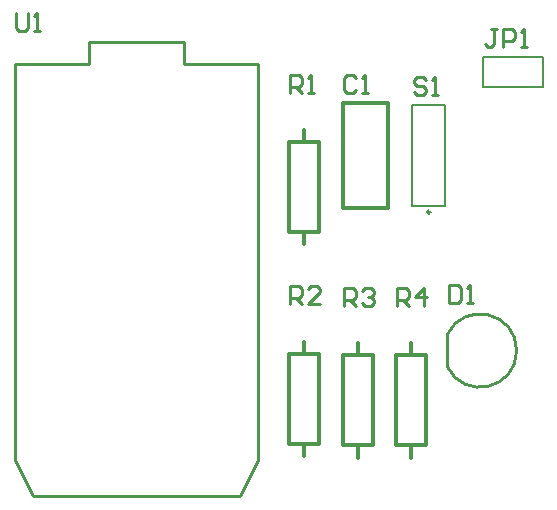
<source format=gto>
G04*
G04 #@! TF.GenerationSoftware,Altium Limited,Altium Designer,23.7.1 (13)*
G04*
G04 Layer_Color=65535*
%FSLAX25Y25*%
%MOIN*%
G70*
G04*
G04 #@! TF.SameCoordinates,F93C5CF8-F1E6-457C-8DD9-1DD3DA4D7B1B*
G04*
G04*
G04 #@! TF.FilePolarity,Positive*
G04*
G01*
G75*
%ADD10C,0.01000*%
%ADD11C,0.00984*%
%ADD12C,0.01200*%
%ADD13C,0.00787*%
D10*
X156628Y-127242D02*
G03*
X156639Y-116535I10972J5342D01*
G01*
X156628Y-127242D02*
X156639Y-116535D01*
X68800Y-26500D02*
Y-19000D01*
X37200D02*
X68800D01*
X37200Y-26500D02*
Y-19000D01*
X12500Y-26500D02*
X37200D01*
X68800D02*
X93500D01*
X12500Y-158500D02*
Y-26500D01*
X93500Y-158500D02*
Y-26500D01*
X87500Y-170500D02*
X93500Y-158500D01*
X18500Y-170500D02*
X87500D01*
X12500Y-158500D02*
X18500Y-170500D01*
X157100Y-100202D02*
Y-106200D01*
X160099D01*
X161099Y-105200D01*
Y-101202D01*
X160099Y-100202D01*
X157100D01*
X163098Y-106200D02*
X165097D01*
X164098D01*
Y-100202D01*
X163098Y-101202D01*
X104400Y-106500D02*
Y-100502D01*
X107399D01*
X108399Y-101502D01*
Y-103501D01*
X107399Y-104501D01*
X104400D01*
X106399D02*
X108399Y-106500D01*
X114397D02*
X110398D01*
X114397Y-102501D01*
Y-101502D01*
X113397Y-100502D01*
X111398D01*
X110398Y-101502D01*
X13000Y-9502D02*
Y-14500D01*
X14000Y-15500D01*
X15999D01*
X16999Y-14500D01*
Y-9502D01*
X18998Y-15500D02*
X20997D01*
X19998D01*
Y-9502D01*
X18998Y-10502D01*
X173099Y-14602D02*
X171099D01*
X172099D01*
Y-19600D01*
X171099Y-20600D01*
X170100D01*
X169100Y-19600D01*
X175098Y-20600D02*
Y-14602D01*
X178097D01*
X179097Y-15602D01*
Y-17601D01*
X178097Y-18601D01*
X175098D01*
X181096Y-20600D02*
X183096D01*
X182096D01*
Y-14602D01*
X181096Y-15602D01*
X104400Y-36000D02*
Y-30002D01*
X107399D01*
X108399Y-31002D01*
Y-33001D01*
X107399Y-34001D01*
X104400D01*
X106399D02*
X108399Y-36000D01*
X110398D02*
X112397D01*
X111398D01*
Y-30002D01*
X110398Y-31002D01*
X122400Y-107000D02*
Y-101002D01*
X125399D01*
X126399Y-102002D01*
Y-104001D01*
X125399Y-105001D01*
X122400D01*
X124399D02*
X126399Y-107000D01*
X128398Y-102002D02*
X129398Y-101002D01*
X131397D01*
X132397Y-102002D01*
Y-103001D01*
X131397Y-104001D01*
X130397D01*
X131397D01*
X132397Y-105001D01*
Y-106000D01*
X131397Y-107000D01*
X129398D01*
X128398Y-106000D01*
X149599Y-31802D02*
X148599Y-30802D01*
X146600D01*
X145600Y-31802D01*
Y-32801D01*
X146600Y-33801D01*
X148599D01*
X149599Y-34801D01*
Y-35800D01*
X148599Y-36800D01*
X146600D01*
X145600Y-35800D01*
X151598Y-36800D02*
X153597D01*
X152598D01*
Y-30802D01*
X151598Y-31802D01*
X126399Y-30902D02*
X125399Y-29902D01*
X123400D01*
X122400Y-30902D01*
Y-34900D01*
X123400Y-35900D01*
X125399D01*
X126399Y-34900D01*
X128398Y-35900D02*
X130397D01*
X129398D01*
Y-29902D01*
X128398Y-30902D01*
X139900Y-107000D02*
Y-101002D01*
X142899D01*
X143899Y-102002D01*
Y-104001D01*
X142899Y-105001D01*
X139900D01*
X141899D02*
X143899Y-107000D01*
X148897D02*
Y-101002D01*
X145898Y-104001D01*
X149897D01*
D11*
X150996Y-75744D02*
G03*
X150996Y-75744I-492J0D01*
G01*
D12*
X104000Y-123000D02*
X114000D01*
X104000Y-153000D02*
X114000D01*
X109000Y-122900D02*
Y-119000D01*
Y-157100D02*
Y-153000D01*
X114000D02*
Y-123000D01*
X104000Y-153000D02*
Y-123000D01*
Y-82500D02*
X114000D01*
X104000Y-52500D02*
X114000D01*
X109000Y-86500D02*
Y-82600D01*
Y-52500D02*
Y-48400D01*
X104000Y-82500D02*
Y-52500D01*
X114000Y-82500D02*
Y-52500D01*
X122000Y-123500D02*
X132000D01*
X122000Y-153500D02*
X132000D01*
X127000Y-123400D02*
Y-119500D01*
Y-157600D02*
Y-153500D01*
X132000D02*
Y-123500D01*
X122000Y-153500D02*
Y-123500D01*
Y-39500D02*
X137000D01*
X122000Y-74500D02*
X137000D01*
Y-39500D01*
X122000Y-74500D02*
Y-39500D01*
X139500Y-123500D02*
X149500D01*
X139500Y-153500D02*
X149500D01*
X144500Y-123400D02*
Y-119500D01*
Y-157600D02*
Y-153500D01*
X149500D02*
Y-123500D01*
X139500Y-153500D02*
Y-123500D01*
D13*
X168500Y-24000D02*
X188500D01*
X168500Y-34000D02*
Y-24000D01*
Y-34000D02*
X188500D01*
Y-24000D01*
X145000Y-73850D02*
X156000D01*
Y-40150D01*
X145000D02*
X156000D01*
X145000Y-73850D02*
Y-40150D01*
M02*

</source>
